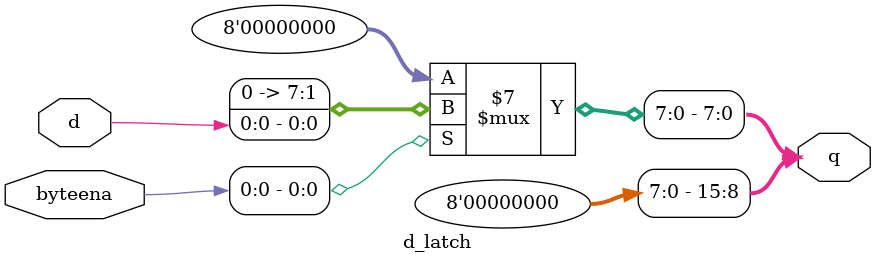
<source format=v>
`timescale 1ns/1ps

module d_latch (
    input d,
    input [1:0] byteena,
    output reg [15:0]q
);
    always @(*) begin
        q = d;
        if (byteena[0] == 0)
            q[7:0] = 8'd0;
        if (byteena[1] == 0)
            q[15:8] = 8'b0;
    end
endmodule

</source>
